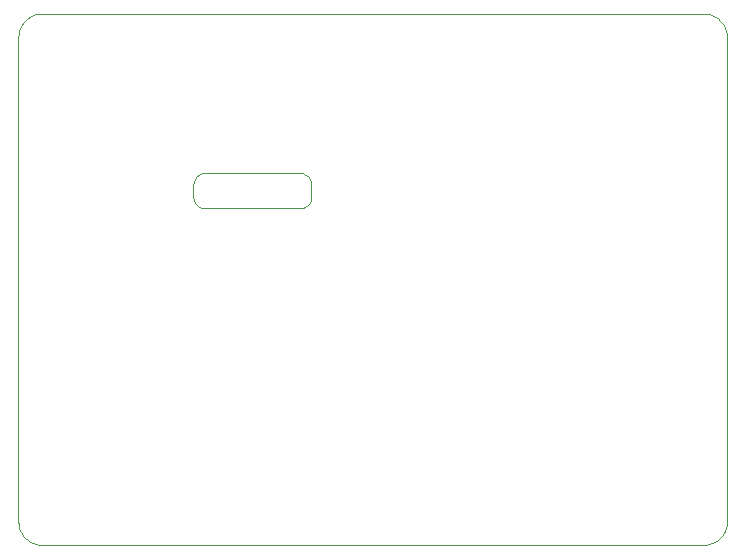
<source format=gm1>
G04*
G04 #@! TF.GenerationSoftware,Altium Limited,Altium Designer,20.0.13 (296)*
G04*
G04 Layer_Color=16711935*
%FSLAX44Y44*%
%MOMM*%
G71*
G01*
G75*
%ADD188C,0.1000*%
D188*
X148000Y295000D02*
X148341Y292412D01*
X149340Y290000D01*
X150929Y287929D01*
X153000Y286340D01*
X155412Y285341D01*
X158000Y285000D01*
Y315000D02*
X155412Y314659D01*
X153000Y313660D01*
X150929Y312071D01*
X149340Y310000D01*
X148341Y307588D01*
X148000Y305000D01*
X248000D02*
X247659Y307588D01*
X246660Y310000D01*
X245071Y312071D01*
X243000Y313660D01*
X240588Y314659D01*
X238000Y315000D01*
Y285000D02*
X240588Y285341D01*
X243000Y286340D01*
X245071Y287929D01*
X246660Y290000D01*
X247659Y292412D01*
X248000Y295000D01*
X20000Y450000D02*
X17390Y449829D01*
X14824Y449319D01*
X12346Y448478D01*
X10000Y447321D01*
X7825Y445867D01*
X5858Y444142D01*
X4133Y442175D01*
X2679Y440000D01*
X1522Y437654D01*
X681Y435176D01*
X171Y432611D01*
X0Y430000D01*
X600000D02*
X599829Y432611D01*
X599319Y435176D01*
X598478Y437654D01*
X597321Y440000D01*
X595867Y442175D01*
X594142Y444142D01*
X592175Y445867D01*
X590000Y447321D01*
X587654Y448478D01*
X585176Y449319D01*
X582611Y449829D01*
X580000Y450000D01*
X0Y20000D02*
X171Y17390D01*
X681Y14824D01*
X1522Y12346D01*
X2679Y10000D01*
X4133Y7825D01*
X5858Y5858D01*
X7825Y4133D01*
X10000Y2679D01*
X12346Y1522D01*
X14824Y681D01*
X17390Y171D01*
X20000Y0D01*
X580000D02*
X582611Y171D01*
X585176Y681D01*
X587654Y1522D01*
X590000Y2679D01*
X592175Y4133D01*
X594142Y5858D01*
X595867Y7825D01*
X597321Y10000D01*
X598478Y12346D01*
X599319Y14824D01*
X599829Y17390D01*
X600000Y20000D01*
X158000Y315000D02*
X238000D01*
X158000Y285000D02*
X238000D01*
X148000Y295000D02*
Y305000D01*
X248000Y295000D02*
Y305000D01*
X600000Y20000D02*
Y430000D01*
X20000Y450000D02*
X580000D01*
X20000Y0D02*
X580000D01*
X0Y20000D02*
Y430000D01*
M02*

</source>
